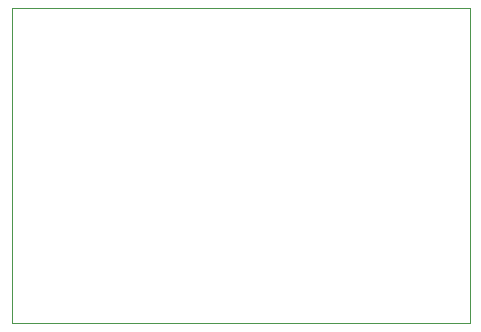
<source format=gbr>
G04 (created by PCBNEW (2013-07-07 BZR 4022)-stable) date 7/16/2015 11:13:14 AM*
%MOIN*%
G04 Gerber Fmt 3.4, Leading zero omitted, Abs format*
%FSLAX34Y34*%
G01*
G70*
G90*
G04 APERTURE LIST*
%ADD10C,0.00590551*%
%ADD11C,0.00393701*%
G04 APERTURE END LIST*
G54D10*
G54D11*
X84000Y-73250D02*
X84000Y-62750D01*
X99250Y-73250D02*
X84000Y-73250D01*
X99250Y-62750D02*
X99250Y-73250D01*
X84000Y-62750D02*
X99250Y-62750D01*
M02*

</source>
